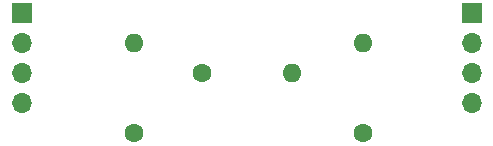
<source format=gbs>
G04 #@! TF.GenerationSoftware,KiCad,Pcbnew,7.0.2*
G04 #@! TF.CreationDate,2023-08-02T20:41:48-05:00*
G04 #@! TF.ProjectId,Session6,53657373-696f-46e3-962e-6b696361645f,rev?*
G04 #@! TF.SameCoordinates,Original*
G04 #@! TF.FileFunction,Soldermask,Bot*
G04 #@! TF.FilePolarity,Negative*
%FSLAX46Y46*%
G04 Gerber Fmt 4.6, Leading zero omitted, Abs format (unit mm)*
G04 Created by KiCad (PCBNEW 7.0.2) date 2023-08-02 20:41:48*
%MOMM*%
%LPD*%
G01*
G04 APERTURE LIST*
%ADD10C,1.600000*%
%ADD11O,1.600000X1.600000*%
%ADD12O,1.700000X1.700000*%
%ADD13R,1.700000X1.700000*%
G04 APERTURE END LIST*
D10*
X127977500Y-83820000D03*
D11*
X127977500Y-76200000D03*
D10*
X108585000Y-83820000D03*
D11*
X108585000Y-76200000D03*
D10*
X114300000Y-78740000D03*
D11*
X121920000Y-78740000D03*
D12*
X137160000Y-81280000D03*
X137160000Y-78740000D03*
X137160000Y-76200000D03*
D13*
X137160000Y-73660000D03*
D12*
X99060000Y-81280000D03*
X99060000Y-78740000D03*
X99060000Y-76200000D03*
D13*
X99060000Y-73660000D03*
M02*

</source>
